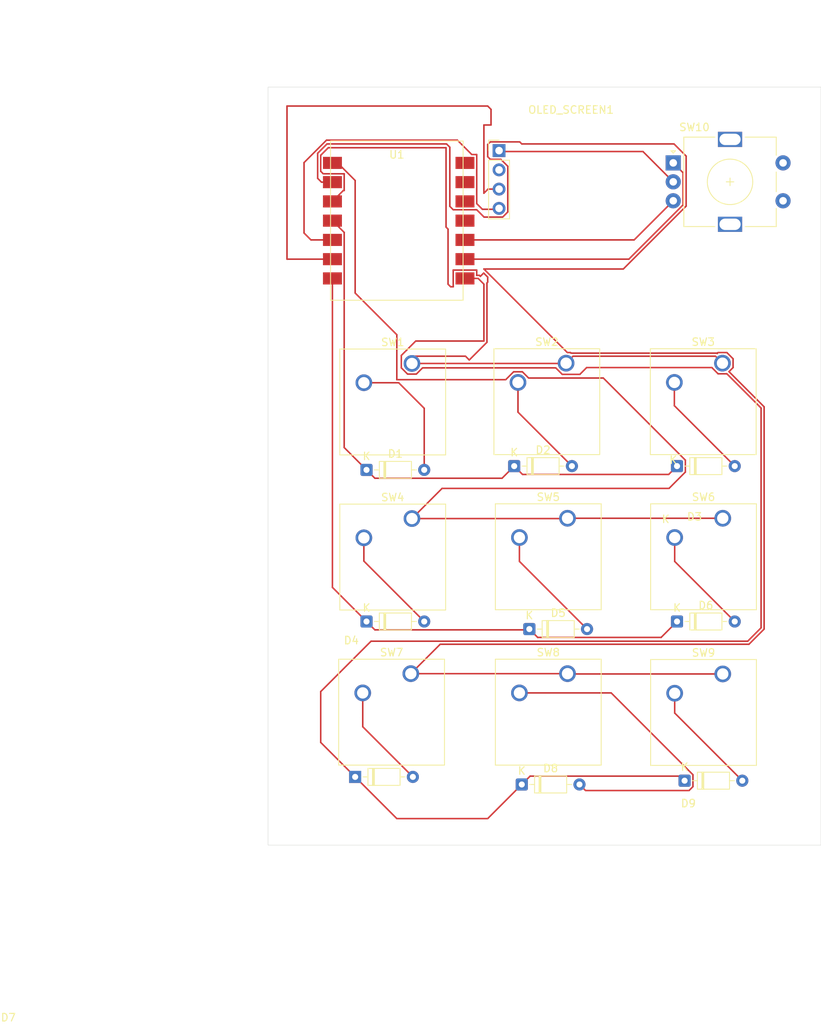
<source format=kicad_pcb>
(kicad_pcb (version 20241229) (generator "pcbnew") (generator_version "9.0")
  (layers (0 "F.Cu" signal) (2 "B.Cu" signal) (13 "F.Paste" user) (15 "B.Paste" user) (5 "F.SilkS" user "F.Silkscreen") (7 "B.SilkS" user "B.Silkscreen") (1 "F.Mask" user) (3 "B.Mask" user) (25 "Edge.Cuts" user))
  (net 0 "")
  (net 1 "GND")
  (net 2 "Net-(U1-P1_D1)")
  (net 3 "Net-(U1-P2_D2)")
  (net 5 "Net-(D1-A)")
  (net 6 "Net-(D1-K)")
  (net 7 "Net-(D2-A)")
  (net 8 "Net-(D3-A)")
  (net 9 "Net-(D4-A)")
  (net 10 "Net-(D5-A)")
  (net 11 "Net-(D6-A)")
  (net 12 "Net-(D7-A)")
  (net 13 "Net-(D8-A)")
  (net 14 "Net-(D9-A)")
  (net 15 "Net-(OLED_SCREEN1-Pin_3)")
  (net 16 "Net-(OLED_SCREEN1-Pin_4)")
  (net 18 "VCC")
  (net 19 "Net-(U1-P8_SCK)")
  (net 20 "Net-(U1-P9_MISO)")
  (net 22 "Net-(D4-K)")
  (net 23 "Net-(D7-K)")
  (net 27 "Net-(U1-P0_D0)")
  (footprint "Diode_THT:D_DO-35_SOD27_P7.62mm_Horizontal" (layer "F.Cu") (at 60.7245 90.1045)
    (property "Reference" "D4" (at -2 2.5 0) (layer "F.SilkS"))
    (property "Value" "D_Small")
    (fp_line (start 1.04 0) (end 1.69 0) (stroke (width 0.12)) (layer "F.SilkS"))
    (fp_line (start 2.29 -1.12) (end 2.29 1.12) (stroke (width 0.12)) (layer "F.SilkS"))
    (fp_line (start 2.41 -1.12) (end 2.41 1.12) (stroke (width 0.12)) (layer "F.SilkS"))
    (fp_line (start 2.53 -1.12) (end 2.53 1.12) (stroke (width 0.12)) (layer "F.SilkS"))
    (fp_line (start 6.58 0) (end 5.93 0) (stroke (width 0.12)) (layer "F.SilkS"))
    (fp_rect (start 1.69 -1.12) (end 5.93 1.12) (stroke (width 0.12)) (fill no) (layer "F.SilkS"))
    (fp_text user "K" (at 0 -1.8 0) (layer "F.SilkS"))
    (pad "1" thru_hole roundrect (at 0 0) (size 1.6 1.6) (drill 0.8) (layers "*.Cu" "*.Mask") (roundrect_rratio 0.15625) (net 22 "Net-(D4-K)"))
    (pad "2" thru_hole circle (at 7.62 0) (size 1.6 1.6) (drill 0.8) (layers "*.Cu" "*.Mask") (net 9 "Net-(D4-A)"))
  )
  (footprint "Diode_THT:D_DO-35_SOD27_P7.62mm_Horizontal" (layer "F.Cu") (at 82.2245 91.1045)
    (property "Reference" "D5" (at 3.81 -2.12 0) (layer "F.SilkS"))
    (property "Value" "D_Small")
    (fp_line (start 1.04 0) (end 1.69 0) (stroke (width 0.12)) (layer "F.SilkS"))
    (fp_line (start 2.29 -1.12) (end 2.29 1.12) (stroke (width 0.12)) (layer "F.SilkS"))
    (fp_line (start 2.41 -1.12) (end 2.41 1.12) (stroke (width 0.12)) (layer "F.SilkS"))
    (fp_line (start 2.53 -1.12) (end 2.53 1.12) (stroke (width 0.12)) (layer "F.SilkS"))
    (fp_line (start 6.58 0) (end 5.93 0) (stroke (width 0.12)) (layer "F.SilkS"))
    (fp_rect (start 1.69 -1.12) (end 5.93 1.12) (stroke (width 0.12)) (fill no) (layer "F.SilkS"))
    (fp_text user "K" (at 0 -1.8 0) (layer "F.SilkS"))
    (pad "1" thru_hole roundrect (at 0 0) (size 1.6 1.6) (drill 0.8) (layers "*.Cu" "*.Mask") (roundrect_rratio 0.15625) (net 22 "Net-(D4-K)"))
    (pad "2" thru_hole circle (at 7.62 0) (size 1.6 1.6) (drill 0.8) (layers "*.Cu" "*.Mask") (net 10 "Net-(D5-A)"))
  )
  (footprint "Diode_THT:D_DO-35_SOD27_P7.62mm_Horizontal" (layer "F.Cu") (at 102.7245 111.1045)
    (property "Reference" "D9" (at 0.5 3 0) (layer "F.SilkS"))
    (property "Value" "D_Small")
    (fp_line (start 1.04 0) (end 1.69 0) (stroke (width 0.12)) (layer "F.SilkS"))
    (fp_line (start 2.29 -1.12) (end 2.29 1.12) (stroke (width 0.12)) (layer "F.SilkS"))
    (fp_line (start 2.41 -1.12) (end 2.41 1.12) (stroke (width 0.12)) (layer "F.SilkS"))
    (fp_line (start 2.53 -1.12) (end 2.53 1.12) (stroke (width 0.12)) (layer "F.SilkS"))
    (fp_line (start 6.58 0) (end 5.93 0) (stroke (width 0.12)) (layer "F.SilkS"))
    (fp_rect (start 1.69 -1.12) (end 5.93 1.12) (stroke (width 0.12)) (fill no) (layer "F.SilkS"))
    (fp_text user "K" (at 0 -1.8 0) (layer "F.SilkS"))
    (pad "1" thru_hole roundrect (at 0 0) (size 1.6 1.6) (drill 0.8) (layers "*.Cu" "*.Mask") (roundrect_rratio 0.15625) (net 23 "Net-(D7-K)"))
    (pad "2" thru_hole circle (at 7.62 0) (size 1.6 1.6) (drill 0.8) (layers "*.Cu" "*.Mask") (net 14 "Net-(D9-A)"))
  )
  (footprint "Button_Switch_Keyboard:SW_Cherry_MX_1.00u_PCB" (layer "F.Cu") (at 107.7245 56.025265)
    (property "Reference" "SW3" (at -2.54 -2.794 0) (layer "F.SilkS"))
    (property "Value" "MX_Switch")
    (fp_line (start -9.525 -1.905) (end 4.445 -1.905) (stroke (width 0.12)) (layer "F.SilkS"))
    (fp_line (start -9.525 12.065) (end -9.525 -1.905) (stroke (width 0.12)) (layer "F.SilkS"))
    (fp_line (start 4.445 -1.905) (end 4.445 12.065) (stroke (width 0.12)) (layer "F.SilkS"))
    (fp_line (start 4.445 12.065) (end -9.525 12.065) (stroke (width 0.12)) (layer "F.SilkS"))
    (pad "" np_thru_hole circle (at -7.62 5.08) (size 1.7 1.7) (drill 1.7) (layers "*.Cu" "*.Mask"))
    (pad "" np_thru_hole circle (at -2.54 5.08) (size 4 4) (drill 4) (layers "*.Cu" "*.Mask"))
    (pad "" np_thru_hole circle (at 2.54 5.08) (size 1.7 1.7) (drill 1.7) (layers "*.Cu" "*.Mask"))
    (pad "1" thru_hole circle (at 0 0) (size 2.2 2.2) (drill 1.5) (layers "*.Cu" "*.Mask") (net 3 "Net-(U1-P2_D2)"))
    (pad "2" thru_hole circle (at -6.35 2.54) (size 2.2 2.2) (drill 1.5) (layers "*.Cu" "*.Mask") (net 8 "Net-(D3-A)"))
  )
  (footprint "Button_Switch_Keyboard:SW_Cherry_MX_1.00u_PCB" (layer "F.Cu") (at 87.2645 76.4845)
    (property "Reference" "SW5" (at -2.54 -2.794 0) (layer "F.SilkS"))
    (property "Value" "MX_Switch")
    (fp_line (start -9.525 -1.905) (end 4.445 -1.905) (stroke (width 0.12)) (layer "F.SilkS"))
    (fp_line (start -9.525 12.065) (end -9.525 -1.905) (stroke (width 0.12)) (layer "F.SilkS"))
    (fp_line (start 4.445 -1.905) (end 4.445 12.065) (stroke (width 0.12)) (layer "F.SilkS"))
    (fp_line (start 4.445 12.065) (end -9.525 12.065) (stroke (width 0.12)) (layer "F.SilkS"))
    (pad "" np_thru_hole circle (at -7.62 5.08) (size 1.7 1.7) (drill 1.7) (layers "*.Cu" "*.Mask"))
    (pad "" np_thru_hole circle (at -2.54 5.08) (size 4 4) (drill 4) (layers "*.Cu" "*.Mask"))
    (pad "" np_thru_hole circle (at 2.54 5.08) (size 1.7 1.7) (drill 1.7) (layers "*.Cu" "*.Mask"))
    (pad "1" thru_hole circle (at 0 0) (size 2.2 2.2) (drill 1.5) (layers "*.Cu" "*.Mask") (net 27 "Net-(U1-P0_D0)"))
    (pad "2" thru_hole circle (at -6.35 2.54) (size 2.2 2.2) (drill 1.5) (layers "*.Cu" "*.Mask") (net 10 "Net-(D5-A)"))
  )
  (footprint "Button_Switch_Keyboard:SW_Cherry_MX_1.00u_PCB" (layer "F.Cu") (at 66.7245 76.5245)
    (property "Reference" "SW4" (at -2.54 -2.794 0) (layer "F.SilkS"))
    (property "Value" "MX_Switch")
    (fp_line (start -9.525 -1.905) (end 4.445 -1.905) (stroke (width 0.12)) (layer "F.SilkS"))
    (fp_line (start -9.525 12.065) (end -9.525 -1.905) (stroke (width 0.12)) (layer "F.SilkS"))
    (fp_line (start 4.445 -1.905) (end 4.445 12.065) (stroke (width 0.12)) (layer "F.SilkS"))
    (fp_line (start 4.445 12.065) (end -9.525 12.065) (stroke (width 0.12)) (layer "F.SilkS"))
    (pad "" np_thru_hole circle (at -7.62 5.08) (size 1.7 1.7) (drill 1.7) (layers "*.Cu" "*.Mask"))
    (pad "" np_thru_hole circle (at -2.54 5.08) (size 4 4) (drill 4) (layers "*.Cu" "*.Mask"))
    (pad "" np_thru_hole circle (at 2.54 5.08) (size 1.7 1.7) (drill 1.7) (layers "*.Cu" "*.Mask"))
    (pad "1" thru_hole circle (at 0 0) (size 2.2 2.2) (drill 1.5) (layers "*.Cu" "*.Mask") (net 27 "Net-(U1-P0_D0)"))
    (pad "2" thru_hole circle (at -6.35 2.54) (size 2.2 2.2) (drill 1.5) (layers "*.Cu" "*.Mask") (net 9 "Net-(D4-A)"))
  )
  (footprint "Diode_THT:D_DO-35_SOD27_P7.62mm_Horizontal" (layer "F.Cu") (at 59.2245 110.6045)
    (property "Reference" "D7" (at -45.795 31.745 0) (layer "F.SilkS"))
    (property "Value" "D_Small")
    (fp_line (start 1.04 0) (end 1.69 0) (stroke (width 0.12)) (layer "F.SilkS"))
    (fp_line (start 2.29 -1.12) (end 2.29 1.12) (stroke (width 0.12)) (layer "F.SilkS"))
    (fp_line (start 2.41 -1.12) (end 2.41 1.12) (stroke (width 0.12)) (layer "F.SilkS"))
    (fp_line (start 2.53 -1.12) (end 2.53 1.12) (stroke (width 0.12)) (layer "F.SilkS"))
    (fp_line (start 6.58 0) (end 5.93 0) (stroke (width 0.12)) (layer "F.SilkS"))
    (fp_rect (start 1.69 -1.12) (end 5.93 1.12) (stroke (width 0.12)) (fill no) (layer "F.SilkS"))
    (pad "1" thru_hole rect (at 0 0) (size 1.6 1.6) (drill 0.8) (layers "*.Cu" "*.Mask") (net 23 "Net-(D7-K)"))
    (pad "2" thru_hole circle (at 7.62 0) (size 1.6 1.6) (drill 0.8) (layers "*.Cu" "*.Mask") (net 12 "Net-(D7-A)"))
  )
  (footprint "Connector_PinHeader_2.54mm:PinHeader_1x04_P2.54mm_Vertical" (layer "F.Cu") (at 78.2245 27.9845)
    (property "Reference" "OLED_SCREEN1" (at 9.5 -5.38 0) (layer "F.SilkS"))
    (property "Value" "Conn_01x04_Pin")
    (fp_line (start -1.38 -1.38) (end 0 -1.38) (stroke (width 0.12)) (layer "F.SilkS"))
    (fp_line (start -1.38 0) (end -1.38 -1.38) (stroke (width 0.12)) (layer "F.SilkS"))
    (fp_line (start -1.38 1.27) (end -1.38 9) (stroke (width 0.12)) (layer "F.SilkS"))
    (fp_line (start -1.38 1.27) (end 1.38 1.27) (stroke (width 0.12)) (layer "F.SilkS"))
    (fp_line (start -1.38 9) (end 1.38 9) (stroke (width 0.12)) (layer "F.SilkS"))
    (fp_line (start 1.38 1.27) (end 1.38 9) (stroke (width 0.12)) (layer "F.SilkS"))
    (pad "1" thru_hole rect (at 0 0) (size 1.7 1.7) (drill 1) (layers "*.Cu" "*.Mask") (net 1 "GND"))
    (pad "2" thru_hole circle (at 0 2.54) (size 1.7 1.7) (drill 1) (layers "*.Cu" "*.Mask") (net 18 "VCC"))
    (pad "3" thru_hole circle (at 0 5.08) (size 1.7 1.7) (drill 1) (layers "*.Cu" "*.Mask") (net 15 "Net-(OLED_SCREEN1-Pin_3)"))
    (pad "4" thru_hole circle (at 0 7.62) (size 1.7 1.7) (drill 1) (layers "*.Cu" "*.Mask") (net 16 "Net-(OLED_SCREEN1-Pin_4)"))
  )
  (footprint "Button_Switch_Keyboard:SW_Cherry_MX_1.00u_PCB" (layer "F.Cu") (at 66.5745 96.9845)
    (property "Reference" "SW7" (at -2.54 -2.794 0) (layer "F.SilkS"))
    (property "Value" "MX_Switch")
    (fp_line (start -9.525 -1.905) (end 4.445 -1.905) (stroke (width 0.12)) (layer "F.SilkS"))
    (fp_line (start -9.525 12.065) (end -9.525 -1.905) (stroke (width 0.12)) (layer "F.SilkS"))
    (fp_line (start 4.445 -1.905) (end 4.445 12.065) (stroke (width 0.12)) (layer "F.SilkS"))
    (fp_line (start 4.445 12.065) (end -9.525 12.065) (stroke (width 0.12)) (layer "F.SilkS"))
    (pad "" np_thru_hole circle (at -7.62 5.08) (size 1.7 1.7) (drill 1.7) (layers "*.Cu" "*.Mask"))
    (pad "" np_thru_hole circle (at -2.54 5.08) (size 4 4) (drill 4) (layers "*.Cu" "*.Mask"))
    (pad "" np_thru_hole circle (at 2.54 5.08) (size 1.7 1.7) (drill 1.7) (layers "*.Cu" "*.Mask"))
    (pad "1" thru_hole circle (at 0 0) (size 2.2 2.2) (drill 1.5) (layers "*.Cu" "*.Mask") (net 2 "Net-(U1-P1_D1)"))
    (pad "2" thru_hole circle (at -6.35 2.54) (size 2.2 2.2) (drill 1.5) (layers "*.Cu" "*.Mask") (net 12 "Net-(D7-A)"))
  )
  (footprint "Button_Switch_Keyboard:SW_Cherry_MX_1.00u_PCB" (layer "F.Cu") (at 107.7645 97.0245)
    (property "Reference" "SW9" (at -2.54 -2.794 0) (layer "F.SilkS"))
    (property "Value" "MX_Switch")
    (fp_line (start -9.525 -1.905) (end 4.445 -1.905) (stroke (width 0.12)) (layer "F.SilkS"))
    (fp_line (start -9.525 12.065) (end -9.525 -1.905) (stroke (width 0.12)) (layer "F.SilkS"))
    (fp_line (start 4.445 -1.905) (end 4.445 12.065) (stroke (width 0.12)) (layer "F.SilkS"))
    (fp_line (start 4.445 12.065) (end -9.525 12.065) (stroke (width 0.12)) (layer "F.SilkS"))
    (pad "" np_thru_hole circle (at -7.62 5.08) (size 1.7 1.7) (drill 1.7) (layers "*.Cu" "*.Mask"))
    (pad "" np_thru_hole circle (at -2.54 5.08) (size 4 4) (drill 4) (layers "*.Cu" "*.Mask"))
    (pad "" np_thru_hole circle (at 2.54 5.08) (size 1.7 1.7) (drill 1.7) (layers "*.Cu" "*.Mask"))
    (pad "1" thru_hole circle (at 0 0) (size 2.2 2.2) (drill 1.5) (layers "*.Cu" "*.Mask") (net 2 "Net-(U1-P1_D1)"))
    (pad "2" thru_hole circle (at -6.35 2.54) (size 2.2 2.2) (drill 1.5) (layers "*.Cu" "*.Mask") (net 14 "Net-(D9-A)"))
  )
  (footprint "Diode_THT:D_DO-35_SOD27_P7.62mm_Horizontal" (layer "F.Cu") (at 101.7245 69.6045)
    (property "Reference" "D3" (at 2.31 6.68 0) (layer "F.SilkS"))
    (property "Value" "D_Small")
    (fp_line (start 1.04 0) (end 1.69 0) (stroke (width 0.12)) (layer "F.SilkS"))
    (fp_line (start 2.29 -1.12) (end 2.29 1.12) (stroke (width 0.12)) (layer "F.SilkS"))
    (fp_line (start 2.41 -1.12) (end 2.41 1.12) (stroke (width 0.12)) (layer "F.SilkS"))
    (fp_line (start 2.53 -1.12) (end 2.53 1.12) (stroke (width 0.12)) (layer "F.SilkS"))
    (fp_line (start 6.58 0) (end 5.93 0) (stroke (width 0.12)) (layer "F.SilkS"))
    (fp_rect (start 1.69 -1.12) (end 5.93 1.12) (stroke (width 0.12)) (fill no) (layer "F.SilkS"))
    (fp_text user "K" (at -1.5 7 0) (layer "F.SilkS"))
    (pad "1" thru_hole roundrect (at 0 0) (size 1.6 1.6) (drill 0.8) (layers "*.Cu" "*.Mask") (roundrect_rratio 0.15625) (net 6 "Net-(D1-K)"))
    (pad "2" thru_hole circle (at 7.62 0) (size 1.6 1.6) (drill 0.8) (layers "*.Cu" "*.Mask") (net 8 "Net-(D3-A)"))
  )
  (footprint "Rotary_Encoder:RotaryEncoder_Alps_EC11E-Switch_Vertical_H20mm" (layer "F.Cu") (at 101.2245 29.6045)
    (property "Reference" "SW10" (at 2.8 -4.7 0) (layer "F.SilkS"))
    (property "Value" "RotaryEncoder_Switch")
    (fp_line (start -0.3 -1.6) (end 0.3 -1.6) (stroke (width 0.12)) (layer "F.SilkS"))
    (fp_line (start 0 -1.3) (end -0.3 -1.6) (stroke (width 0.12)) (layer "F.SilkS"))
    (fp_line (start 0.3 -1.6) (end 0 -1.3) (stroke (width 0.12)) (layer "F.SilkS"))
    (fp_line (start 1.4 -3.4) (end 1.4 8.4) (stroke (width 0.12)) (layer "F.SilkS"))
    (fp_line (start 5.5 -3.4) (end 1.4 -3.4) (stroke (width 0.12)) (layer "F.SilkS"))
    (fp_line (start 5.5 8.4) (end 1.4 8.4) (stroke (width 0.12)) (layer "F.SilkS"))
    (fp_line (start 7 2.5) (end 8 2.5) (stroke (width 0.12)) (layer "F.SilkS"))
    (fp_line (start 7.5 2) (end 7.5 3) (stroke (width 0.12)) (layer "F.SilkS"))
    (fp_line (start 9.5 -3.4) (end 13.6 -3.4) (stroke (width 0.12)) (layer "F.SilkS"))
    (fp_line (start 13.6 -3.4) (end 13.6 -1) (stroke (width 0.12)) (layer "F.SilkS"))
    (fp_line (start 13.6 1.2) (end 13.6 3.8) (stroke (width 0.12)) (layer "F.SilkS"))
    (fp_line (start 13.6 6) (end 13.6 8.4) (stroke (width 0.12)) (layer "F.SilkS"))
    (fp_line (start 13.6 8.4) (end 9.5 8.4) (stroke (width 0.12)) (layer "F.SilkS"))
    (fp_circle (center 7.5 2.5) (end 10.5 2.5) (stroke (width 0.12)) (fill no) (layer "F.SilkS"))
    (pad "A" thru_hole rect (at 0 0) (size 2 2) (drill 1) (layers "*.Cu" "*.Mask") (net 19 "Net-(U1-P8_SCK)"))
    (pad "B" thru_hole circle (at 0 5) (size 2 2) (drill 1) (layers "*.Cu" "*.Mask") (net 20 "Net-(U1-P9_MISO)"))
    (pad "C" thru_hole circle (at 0 2.5) (size 2 2) (drill 1) (layers "*.Cu" "*.Mask") (net 1 "GND"))
    (pad "MP" thru_hole rect (at 7.5 -3.1) (size 3.2 2) (drill oval 2.8 1.5) (layers "*.Cu" "*.Mask"))
    (pad "MP" thru_hole rect (at 7.5 8.1) (size 3.2 2) (drill oval 2.8 1.5) (layers "*.Cu" "*.Mask"))
    (pad "S1" thru_hole circle (at 14.5 5) (size 2 2) (drill 1) (layers "*.Cu" "*.Mask"))
    (pad "S2" thru_hole circle (at 14.5 0) (size 2 2) (drill 1) (layers "*.Cu" "*.Mask"))
  )
  (footprint "Diode_THT:D_DO-35_SOD27_P7.62mm_Horizontal" (layer "F.Cu") (at 81.2245 111.6045)
    (property "Reference" "D8" (at 3.81 -2.12 0) (layer "F.SilkS"))
    (property "Value" "D_Small")
    (fp_line (start 1.04 0) (end 1.69 0) (stroke (width 0.12)) (layer "F.SilkS"))
    (fp_line (start 2.29 -1.12) (end 2.29 1.12) (stroke (width 0.12)) (layer "F.SilkS"))
    (fp_line (start 2.41 -1.12) (end 2.41 1.12) (stroke (width 0.12)) (layer "F.SilkS"))
    (fp_line (start 2.53 -1.12) (end 2.53 1.12) (stroke (width 0.12)) (layer "F.SilkS"))
    (fp_line (start 6.58 0) (end 5.93 0) (stroke (width 0.12)) (layer "F.SilkS"))
    (fp_rect (start 1.69 -1.12) (end 5.93 1.12) (stroke (width 0.12)) (fill no) (layer "F.SilkS"))
    (fp_text user "K" (at 0 -1.8 0) (layer "F.SilkS"))
    (pad "1" thru_hole roundrect (at 0 0) (size 1.6 1.6) (drill 0.8) (layers "*.Cu" "*.Mask") (roundrect_rratio 0.15625) (net 23 "Net-(D7-K)"))
    (pad "2" thru_hole circle (at 7.62 0) (size 1.6 1.6) (drill 0.8) (layers "*.Cu" "*.Mask") (net 13 "Net-(D8-A)"))
  )
  (footprint "Button_Switch_Keyboard:SW_Cherry_MX_1.00u_PCB" (layer "F.Cu") (at 66.7245 56.0645)
    (property "Reference" "SW1" (at -2.54 -2.794 0) (layer "F.SilkS"))
    (property "Value" "MX_Switch")
    (fp_line (start -9.525 -1.905) (end 4.445 -1.905) (stroke (width 0.12)) (layer "F.SilkS"))
    (fp_line (start -9.525 12.065) (end -9.525 -1.905) (stroke (width 0.12)) (layer "F.SilkS"))
    (fp_line (start 4.445 -1.905) (end 4.445 12.065) (stroke (width 0.12)) (layer "F.SilkS"))
    (fp_line (start 4.445 12.065) (end -9.525 12.065) (stroke (width 0.12)) (layer "F.SilkS"))
    (pad "" np_thru_hole circle (at -7.62 5.08) (size 1.7 1.7) (drill 1.7) (layers "*.Cu" "*.Mask"))
    (pad "" np_thru_hole circle (at -2.54 5.08) (size 4 4) (drill 4) (layers "*.Cu" "*.Mask"))
    (pad "" np_thru_hole circle (at 2.54 5.08) (size 1.7 1.7) (drill 1.7) (layers "*.Cu" "*.Mask"))
    (pad "1" thru_hole circle (at 0 0) (size 2.2 2.2) (drill 1.5) (layers "*.Cu" "*.Mask") (net 3 "Net-(U1-P2_D2)"))
    (pad "2" thru_hole circle (at -6.35 2.54) (size 2.2 2.2) (drill 1.5) (layers "*.Cu" "*.Mask") (net 5 "Net-(D1-A)"))
  )
  (footprint "ali_footprints:XIAO-RP2040-SMD" (layer "F.Cu") (at 64.7245 37.2245)
    (property "Reference" "U1" (at 0 -8.7 0) (layer "F.SilkS"))
    (property "Value" "XIAO_RP2040")
    (fp_line (start -8.75 -10.5) (end 8.75 -10.5) (stroke (width 0.12)) (layer "F.SilkS"))
    (fp_line (start -8.75 10.5) (end -8.75 -10.5) (stroke (width 0.12)) (layer "F.SilkS"))
    (fp_line (start 8.75 -10.5) (end 8.75 10.5) (stroke (width 0.12)) (layer "F.SilkS"))
    (fp_line (start 8.75 10.5) (end -8.75 10.5) (stroke (width 0.12)) (layer "F.SilkS"))
    (pad "1" smd rect (at -8.5 -7.62) (size 2.5 1.6) (layers "F.Cu" "F.Mask" "F.Paste") (net 27 "Net-(U1-P0_D0)"))
    (pad "2" smd rect (at -8.5 -5.08) (size 2.5 1.6) (layers "F.Cu" "F.Mask" "F.Paste") (net 2 "Net-(U1-P1_D1)"))
    (pad "3" smd rect (at -8.5 -2.54) (size 2.5 1.6) (layers "F.Cu" "F.Mask" "F.Paste") (net 3 "Net-(U1-P2_D2)"))
    (pad "4" smd rect (at -8.5 0) (size 2.5 1.6) (layers "F.Cu" "F.Mask" "F.Paste") (net 6 "Net-(D1-K)"))
    (pad "5" smd rect (at -8.5 2.54) (size 2.5 1.6) (layers "F.Cu" "F.Mask" "F.Paste") (net 16 "Net-(OLED_SCREEN1-Pin_4)"))
    (pad "6" smd rect (at -8.5 5.08) (size 2.5 1.6) (layers "F.Cu" "F.Mask" "F.Paste") (net 15 "Net-(OLED_SCREEN1-Pin_3)"))
    (pad "7" smd rect (at -8.5 7.62) (size 2.5 1.6) (layers "F.Cu" "F.Mask" "F.Paste") (net 22 "Net-(D4-K)"))
    (pad "8" smd rect (at 9 7.62) (size 2.5 1.6) (layers "F.Cu" "F.Mask" "F.Paste") (net 23 "Net-(D7-K)"))
    (pad "9" smd rect (at 9 5.08) (size 2.5 1.6) (layers "F.Cu" "F.Mask" "F.Paste") (net 19 "Net-(U1-P8_SCK)"))
    (pad "10" smd rect (at 9 2.54) (size 2.5 1.6) (layers "F.Cu" "F.Mask" "F.Paste") (net 20 "Net-(U1-P9_MISO)"))
    (pad "11" smd rect (at 9 0) (size 2.5 1.6) (layers "F.Cu" "F.Mask" "F.Paste"))
    (pad "12" smd rect (at 9 -2.54) (size 2.5 1.6) (layers "F.Cu" "F.Mask" "F.Paste"))
    (pad "13" smd rect (at 9 -5.08) (size 2.5 1.6) (layers "F.Cu" "F.Mask" "F.Paste"))
    (pad "14" smd rect (at 9 -7.62) (size 2.5 1.6) (layers "F.Cu" "F.Mask" "F.Paste"))
  )
  (footprint "Diode_THT:D_DO-35_SOD27_P7.62mm_Horizontal" (layer "F.Cu") (at 101.7245 90.1045)
    (property "Reference" "D6" (at 3.81 -2.12 0) (layer "F.SilkS"))
    (property "Value" "D_Small")
    (fp_line (start 1.04 0) (end 1.69 0) (stroke (width 0.12)) (layer "F.SilkS"))
    (fp_line (start 2.29 -1.12) (end 2.29 1.12) (stroke (width 0.12)) (layer "F.SilkS"))
    (fp_line (start 2.41 -1.12) (end 2.41 1.12) (stroke (width 0.12)) (layer "F.SilkS"))
    (fp_line (start 2.53 -1.12) (end 2.53 1.12) (stroke (width 0.12)) (layer "F.SilkS"))
    (fp_line (start 6.58 0) (end 5.93 0) (stroke (width 0.12)) (layer "F.SilkS"))
    (fp_rect (start 1.69 -1.12) (end 5.93 1.12) (stroke (width 0.12)) (fill no) (layer "F.SilkS"))
    (fp_text user "K" (at 0 -1.8 0) (layer "F.SilkS"))
    (pad "1" thru_hole roundrect (at 0 0) (size 1.6 1.6) (drill 0.8) (layers "*.Cu" "*.Mask") (roundrect_rratio 0.15625) (net 22 "Net-(D4-K)"))
    (pad "2" thru_hole circle (at 7.62 0) (size 1.6 1.6) (drill 0.8) (layers "*.Cu" "*.Mask") (net 11 "Net-(D6-A)"))
  )
  (footprint "Button_Switch_Keyboard:SW_Cherry_MX_1.00u_PCB" (layer "F.Cu") (at 87.2645 96.9845)
    (property "Reference" "SW8" (at -2.54 -2.794 0) (layer "F.SilkS"))
    (property "Value" "MX_Switch")
    (fp_line (start -9.525 -1.905) (end 4.445 -1.905) (stroke (width 0.12)) (layer "F.SilkS"))
    (fp_line (start -9.525 12.065) (end -9.525 -1.905) (stroke (width 0.12)) (layer "F.SilkS"))
    (fp_line (start 4.445 -1.905) (end 4.445 12.065) (stroke (width 0.12)) (layer "F.SilkS"))
    (fp_line (start 4.445 12.065) (end -9.525 12.065) (stroke (width 0.12)) (layer "F.SilkS"))
    (pad "" np_thru_hole circle (at -7.62 5.08) (size 1.7 1.7) (drill 1.7) (layers "*.Cu" "*.Mask"))
    (pad "" np_thru_hole circle (at -2.54 5.08) (size 4 4) (drill 4) (layers "*.Cu" "*.Mask"))
    (pad "" np_thru_hole circle (at 2.54 5.08) (size 1.7 1.7) (drill 1.7) (layers "*.Cu" "*.Mask"))
    (pad "1" thru_hole circle (at 0 0) (size 2.2 2.2) (drill 1.5) (layers "*.Cu" "*.Mask") (net 2 "Net-(U1-P1_D1)"))
    (pad "2" thru_hole circle (at -6.35 2.54) (size 2.2 2.2) (drill 1.5) (layers "*.Cu" "*.Mask") (net 13 "Net-(D8-A)"))
  )
  (footprint "Button_Switch_Keyboard:SW_Cherry_MX_1.00u_PCB" (layer "F.Cu") (at 87.0745 56.0245)
    (property "Reference" "SW2" (at -2.54 -2.794 0) (layer "F.SilkS"))
    (property "Value" "MX_Switch")
    (fp_line (start -9.525 -1.905) (end 4.445 -1.905) (stroke (width 0.12)) (layer "F.SilkS"))
    (fp_line (start -9.525 12.065) (end -9.525 -1.905) (stroke (width 0.12)) (layer "F.SilkS"))
    (fp_line (start 4.445 -1.905) (end 4.445 12.065) (stroke (width 0.12)) (layer "F.SilkS"))
    (fp_line (start 4.445 12.065) (end -9.525 12.065) (stroke (width 0.12)) (layer "F.SilkS"))
    (pad "" np_thru_hole circle (at -7.62 5.08) (size 1.7 1.7) (drill 1.7) (layers "*.Cu" "*.Mask"))
    (pad "" np_thru_hole circle (at -2.54 5.08) (size 4 4) (drill 4) (layers "*.Cu" "*.Mask"))
    (pad "" np_thru_hole circle (at 2.54 5.08) (size 1.7 1.7) (drill 1.7) (layers "*.Cu" "*.Mask"))
    (pad "1" thru_hole circle (at 0 0) (size 2.2 2.2) (drill 1.5) (layers "*.Cu" "*.Mask") (net 3 "Net-(U1-P2_D2)"))
    (pad "2" thru_hole circle (at -6.35 2.54) (size 2.2 2.2) (drill 1.5) (layers "*.Cu" "*.Mask") (net 7 "Net-(D2-A)"))
  )
  (footprint "Button_Switch_Keyboard:SW_Cherry_MX_1.00u_PCB" (layer "F.Cu") (at 107.7645 76.4845)
    (property "Reference" "SW6" (at -2.54 -2.794 0) (layer "F.SilkS"))
    (property "Value" "MX_Switch")
    (fp_line (start -9.525 -1.905) (end 4.445 -1.905) (stroke (width 0.12)) (layer "F.SilkS"))
    (fp_line (start -9.525 12.065) (end -9.525 -1.905) (stroke (width 0.12)) (layer "F.SilkS"))
    (fp_line (start 4.445 -1.905) (end 4.445 12.065) (stroke (width 0.12)) (layer "F.SilkS"))
    (fp_line (start 4.445 12.065) (end -9.525 12.065) (stroke (width 0.12)) (layer "F.SilkS"))
    (pad "" np_thru_hole circle (at -7.62 5.08) (size 1.7 1.7) (drill 1.7) (layers "*.Cu" "*.Mask"))
    (pad "" np_thru_hole circle (at -2.54 5.08) (size 4 4) (drill 4) (layers "*.Cu" "*.Mask"))
    (pad "" np_thru_hole circle (at 2.54 5.08) (size 1.7 1.7) (drill 1.7) (layers "*.Cu" "*.Mask"))
    (pad "1" thru_hole circle (at 0 0) (size 2.2 2.2) (drill 1.5) (layers "*.Cu" "*.Mask") (net 27 "Net-(U1-P0_D0)"))
    (pad "2" thru_hole circle (at -6.35 2.54) (size 2.2 2.2) (drill 1.5) (layers "*.Cu" "*.Mask") (net 11 "Net-(D6-A)"))
  )
  (footprint "Diode_THT:D_DO-35_SOD27_P7.62mm_Horizontal" (layer "F.Cu") (at 80.2245 69.6045)
    (property "Reference" "D2" (at 3.81 -2.12 0) (layer "F.SilkS"))
    (property "Value" "D_Small")
    (fp_line (start 1.04 0) (end 1.69 0) (stroke (width 0.12)) (layer "F.SilkS"))
    (fp_line (start 2.29 -1.12) (end 2.29 1.12) (stroke (width 0.12)) (layer "F.SilkS"))
    (fp_line (start 2.41 -1.12) (end 2.41 1.12) (stroke (width 0.12)) (layer "F.SilkS"))
    (fp_line (start 2.53 -1.12) (end 2.53 1.12) (stroke (width 0.12)) (layer "F.SilkS"))
    (fp_line (start 6.58 0) (end 5.93 0) (stroke (width 0.12)) (layer "F.SilkS"))
    (fp_rect (start 1.69 -1.12) (end 5.93 1.12) (stroke (width 0.12)) (fill no) (layer "F.SilkS"))
    (fp_text user "K" (at 0 -1.8 0) (layer "F.SilkS"))
    (pad "1" thru_hole roundrect (at 0 0) (size 1.6 1.6) (drill 0.8) (layers "*.Cu" "*.Mask") (roundrect_rratio 0.15625) (net 6 "Net-(D1-K)"))
    (pad "2" thru_hole circle (at 7.62 0) (size 1.6 1.6) (drill 0.8) (layers "*.Cu" "*.Mask") (net 7 "Net-(D2-A)"))
  )
  (footprint "Diode_THT:D_DO-35_SOD27_P7.62mm_Horizontal" (layer "F.Cu") (at 60.7245 70.1045)
    (property "Reference" "D1" (at 3.81 -2.12 0) (layer "F.SilkS"))
    (property "Value" "D_Small")
    (fp_line (start 1.04 0) (end 1.69 0) (stroke (width 0.12)) (layer "F.SilkS"))
    (fp_line (start 2.29 -1.12) (end 2.29 1.12) (stroke (width 0.12)) (layer "F.SilkS"))
    (fp_line (start 2.41 -1.12) (end 2.41 1.12) (stroke (width 0.12)) (layer "F.SilkS"))
    (fp_line (start 2.53 -1.12) (end 2.53 1.12) (stroke (width 0.12)) (layer "F.SilkS"))
    (fp_line (start 6.58 0) (end 5.93 0) (stroke (width 0.12)) (layer "F.SilkS"))
    (fp_rect (start 1.69 -1.12) (end 5.93 1.12) (stroke (width 0.12)) (fill no) (layer "F.SilkS"))
    (fp_text user "K" (at 0 -1.8 0) (layer "F.SilkS"))
    (pad "1" thru_hole roundrect (at 0 0) (size 1.6 1.6) (drill 0.8) (layers "*.Cu" "*.Mask") (roundrect_rratio 0.15625) (net 6 "Net-(D1-K)"))
    (pad "2" thru_hole circle (at 7.62 0) (size 1.6 1.6) (drill 0.8) (layers "*.Cu" "*.Mask") (net 5 "Net-(D1-A)"))
  )
  (gr_rect (start 47.7245 19.6045) (end 120.7245 119.6045) (stroke (width 0.05)) (fill no) (layer "Edge.Cuts"))
  (gr_text "K" (at 101.2245 68.8045 0) (layer "F.SilkS") (effects (font (size 1 1))))
  (segment (start 78.2245 27.9845) (end 78.3445 28.1045) (width 0.2) (layer "F.Cu") (net 1))
  (segment (start 78.3445 28.1045) (end 97.2245 28.1045) (width 0.2) (layer "F.Cu") (net 1))
  (segment (start 97.2245 28.1045) (end 101.2245 32.1045) (width 0.2) (layer "F.Cu") (net 1))
  (segment (start 76.7245 27.1825) (end 76.7245 28.7865) (width 0.2) (layer "F.Cu") (net 2))
  (segment (start 113.2245 91.1045) (end 113.2245 61.778851) (width 0.2) (layer "F.Cu") (net 2))
  (segment (start 107.017393 54.751058) (end 106.969835 54.7035) (width 0.2) (layer "F.Cu") (net 2))
  (segment (start 113.2245 61.778851) (end 108.588364 57.142715) (width 0.2) (layer "F.Cu") (net 2))
  (segment (start 81.2245 27.1045) (end 80.9535 26.8335) (width 0.2) (layer "F.Cu") (net 2))
  (segment (start 71.2916 27.1045) (end 55.5054 27.1045) (width 0.2) (layer "F.Cu") (net 2))
  (segment (start 77.0735 26.8335) (end 76.7245 27.1825) (width 0.2) (layer "F.Cu") (net 2))
  (segment (start 79.3755 36.08126) (end 78.70126 36.7555) (width 0.2) (layer "F.Cu") (net 2))
  (segment (start 75.2755 35.7855) (end 72.1735 35.7855) (width 0.2) (layer "F.Cu") (net 2))
  (segment (start 76.7245 28.7865) (end 77.0735 29.1355) (width 0.2) (layer "F.Cu") (net 2))
  (segment (start 87.734814 54.7035) (end 87.654814 54.6235) (width 0.2) (layer "F.Cu") (net 2))
  (segment (start 80.9535 26.8335) (end 77.0735 26.8335) (width 0.2) (layer "F.Cu") (net 2))
  (segment (start 54.2725 28.3374) (end 54.2725 31.6425) (width 0.2) (layer "F.Cu") (net 2))
  (segment (start 70.4545 93.1045) (end 111.2245 93.1045) (width 0.2) (layer "F.Cu") (net 2))
  (segment (start 109.1255 55.444951) (end 108.304814 54.624265) (width 0.2) (layer "F.Cu") (net 2))
  (segment (start 87.654814 54.6235) (end 87.2435 54.6235) (width 0.2) (layer "F.Cu") (net 2))
  (segment (start 71.7245 27.5374) (end 71.2916 27.1045) (width 0.2) (layer "F.Cu") (net 2))
  (segment (start 94.631492 43.6045) (end 102.9265 35.309492) (width 0.2) (layer "F.Cu") (net 2))
  (segment (start 76.2245 43.6045) (end 94.631492 43.6045) (width 0.2) (layer "F.Cu") (net 2))
  (segment (start 77.0735 29.1355) (end 78.46326 29.1355) (width 0.2) (layer "F.Cu") (net 2))
  (segment (start 71.7245 35.3365) (end 71.7245 27.5374) (width 0.2) (layer "F.Cu") (net 2))
  (segment (start 54.2725 31.6425) (end 54.7745 32.1445) (width 0.2) (layer "F.Cu") (net 2))
  (segment (start 102.9265 35.309492) (end 102.9265 28.7045) (width 0.2) (layer "F.Cu") (net 2))
  (segment (start 76.2455 36.7555) (end 75.2755 35.7855) (width 0.2) (layer "F.Cu") (net 2))
  (segment (start 66.5745 96.9845) (end 70.4545 93.1045) (width 0.2) (layer "F.Cu") (net 2))
  (segment (start 54.7745 32.1445) (end 56.2245 32.1445) (width 0.2) (layer "F.Cu") (net 2))
  (segment (start 111.2245 93.1045) (end 113.2245 91.1045) (width 0.2) (layer "F.Cu") (net 2))
  (segment (start 108.588364 57.142715) (end 109.1255 56.605579) (width 0.2) (layer "F.Cu") (net 2))
  (segment (start 107.7645 97.0245) (end 87.3045 97.0245) (width 0.2) (layer "F.Cu") (net 2))
  (segment (start 87.3045 97.0245) (end 87.2645 96.9845) (width 0.2) (layer "F.Cu") (net 2))
  (segment (start 107.144186 54.624265) (end 107.017393 54.751058) (width 0.2) (layer "F.Cu") (net 2))
  (segment (start 87.2435 54.6235) (end 76.2245 43.6045) (width 0.2) (layer "F.Cu") (net 2))
  (segment (start 78.70126 36.7555) (end 76.2455 36.7555) (width 0.2) (layer "F.Cu") (net 2))
  (segment (start 78.46326 29.1355) (end 79.3755 30.04774) (width 0.2) (layer "F.Cu") (net 2))
  (segment (start 101.3265 27.1045) (end 81.2245 27.1045) (width 0.2) (layer "F.Cu") (net 2))
  (segment (start 106.969835 54.7035) (end 87.734814 54.7035) (width 0.2) (layer "F.Cu") (net 2))
  (segment (start 109.1255 56.605579) (end 109.1255 55.444951) (width 0.2) (layer "F.Cu") (net 2))
  (segment (start 66.5745 96.9845) (end 87.2645 96.9845) (width 0.2) (layer "F.Cu") (net 2))
  (segment (start 79.3755 30.04774) (end 79.3755 36.08126) (width 0.2) (layer "F.Cu") (net 2))
  (segment (start 72.1735 35.7855) (end 71.7245 35.3365) (width 0.2) (layer "F.Cu") (net 2))
  (segment (start 55.5054 27.1045) (end 54.2725 28.3374) (width 0.2) (layer "F.Cu") (net 2))
  (segment (start 108.304814 54.624265) (end 107.144186 54.624265) (width 0.2) (layer "F.Cu") (net 2))
  (segment (start 102.9265 28.7045) (end 101.3265 27.1045) (width 0.2) (layer "F.Cu") (net 2))
  (segment (start 57.7755 31.0435) (end 57.7755 33.2455) (width 0.2) (layer "F.Cu") (net 3))
  (segment (start 71.2245 27.6045) (end 55.6735 27.6045) (width 0.2) (layer "F.Cu") (net 3))
  (segment (start 71.489157 45.6045) (end 71.489157 38.339843) (width 0.2) (layer "F.Cu") (net 3))
  (segment (start 73.7916 55.1045) (end 74.2916 55.6045) (width 0.2) (layer "F.Cu") (net 3))
  (segment (start 71.2245 38.075186) (end 71.2245 27.6045) (width 0.2) (layer "F.Cu") (net 3))
  (segment (start 72.1735 45.9455) (end 71.830157 45.9455) (width 0.2) (layer "F.Cu") (net 3))
  (segment (start 76.19095 44.13805) (end 75.75805 44.57095) (width 0.2) (layer "F.Cu") (net 3))
  (segment (start 107.7245 56.025265) (end 106.803735 55.1045) (width 0.2) (layer "F.Cu") (net 3))
  (segment (start 76.6255 53.2706) (end 76.6255 45.4384) (width 0.2) (layer "F.Cu") (net 3))
  (segment (start 54.6735 28.6045) (end 54.6735 30.7055) (width 0.2) (layer "F.Cu") (net 3))
  (segment (start 54.6735 30.7055) (end 55.0115 31.0435) (width 0.2) (layer "F.Cu") (net 3))
  (segment (start 55.6735 27.6045) (end 54.6735 28.6045) (width 0.2) (layer "F.Cu") (net 3))
  (segment (start 75.6306 44.4435) (end 75.2755 44.4435) (width 0.2) (layer "F.Cu") (net 3))
  (segment (start 76.7245 45.3394) (end 76.7245 44.6716) (width 0.2) (layer "F.Cu") (net 3))
  (segment (start 87.9945 55.1045) (end 87.0745 56.0245) (width 0.2) (layer "F.Cu") (net 3))
  (segment (start 76.7245 44.6716) (end 76.19095 44.13805) (width 0.2) (layer "F.Cu") (net 3))
  (segment (start 74.2916 55.6045) (end 76.6255 53.2706) (width 0.2) (layer "F.Cu") (net 3))
  (segment (start 71.830157 45.9455) (end 71.489157 45.6045) (width 0.2) (layer "F.Cu") (net 3))
  (segment (start 72.1735 43.7435) (end 72.1735 45.9455) (width 0.2) (layer "F.Cu") (net 3))
  (segment (start 75.2755 43.7435) (end 72.1735 43.7435) (width 0.2) (layer "F.Cu") (net 3))
  (segment (start 87.0345 56.0645) (end 87.0745 56.0245) (width 0.2) (layer "F.Cu") (net 3))
  (segment (start 66.7245 56.0645) (end 87.0345 56.0645) (width 0.2) (layer "F.Cu") (net 3))
  (segment (start 71.489157 38.339843) (end 71.2245 38.075186) (width 0.2) (layer "F.Cu") (net 3))
  (segment (start 57.6635 33.2455) (end 56.2245 34.6845) (width 0.2) (layer "F.Cu") (net 3))
  (segment (start 75.2755 44.4435) (end 75.2755 43.7435) (width 0.2) (layer "F.Cu") (net 3))
  (segment (start 55.0115 31.0435) (end 57.7755 31.0435) (width 0.2) (layer "F.Cu") (net 3))
  (segment (start 76.6255 45.4384) (end 76.7245 45.3394) (width 0.2) (layer "F.Cu") (net 3))
  (segment (start 75.75805 44.57095) (end 75.6306 44.4435) (width 0.2) (layer "F.Cu") (net 3))
  (segment (start 106.803735 55.1045) (end 87.9945 55.1045) (width 0.2) (layer "F.Cu") (net 3))
  (segment (start 57.7755 33.2455) (end 57.6635 33.2455) (width 0.2) (layer "F.Cu") (net 3))
  (segment (start 66.7245 56.0645) (end 66.7245 55.1045) (width 0.2) (layer "F.Cu") (net 3))
  (segment (start 66.7245 55.1045) (end 73.7916 55.1045) (width 0.2) (layer "F.Cu") (net 3))
  (segment (start 68.3445 61.979684) (end 68.3445 70.1045) (width 0.2) (layer "F.Cu") (net 5))
  (segment (start 60.3745 58.6045) (end 64.969316 58.6045) (width 0.2) (layer "F.Cu") (net 5))
  (segment (start 64.969316 58.6045) (end 68.3445 61.979684) (width 0.2) (layer "F.Cu") (net 5))
  (segment (start 80.2245 69.6045) (end 81.3255 70.7055) (width 0.2) (layer "F.Cu") (net 6))
  (segment (start 60.7245 70.1045) (end 57.7755 67.1555) (width 0.2) (layer "F.Cu") (net 6))
  (segment (start 60.7245 70.1045) (end 61.8255 71.2055) (width 0.2) (layer "F.Cu") (net 6))
  (segment (start 57.7755 67.1555) (end 57.7755 38.7755) (width 0.2) (layer "F.Cu") (net 6))
  (segment (start 61.8255 71.2055) (end 78.6235 71.2055) (width 0.2) (layer "F.Cu") (net 6))
  (segment (start 100.6235 70.7055) (end 101.7245 69.6045) (width 0.2) (layer "F.Cu") (net 6))
  (segment (start 81.3255 70.7055) (end 100.6235 70.7055) (width 0.2) (layer "F.Cu") (net 6))
  (segment (start 57.7755 38.7755) (end 56.2245 37.2245) (width 0.2) (layer "F.Cu") (net 6))
  (segment (start 78.6235 71.2055) (end 80.2245 69.6045) (width 0.2) (layer "F.Cu") (net 6))
  (segment (start 80.7245 62.4845) (end 80.7245 58.5645) (width 0.2) (layer "F.Cu") (net 7))
  (segment (start 87.8445 69.6045) (end 80.7245 62.4845) (width 0.2) (layer "F.Cu") (net 7))
  (segment (start 101.3745 61.6345) (end 109.3445 69.6045) (width 0.2) (layer "F.Cu") (net 8))
  (segment (start 101.3745 58.565265) (end 101.3745 61.6345) (width 0.2) (layer "F.Cu") (net 8))
  (segment (start 60.3745 82.1345) (end 68.3445 90.1045) (width 0.2) (layer "F.Cu") (net 9))
  (segment (start 60.3745 79.0645) (end 60.3745 82.1345) (width 0.2) (layer "F.Cu") (net 9))
  (segment (start 80.9145 79.0245) (end 80.9145 82.1745) (width 0.2) (layer "F.Cu") (net 10))
  (segment (start 80.9145 82.1745) (end 89.8445 91.1045) (width 0.2) (layer "F.Cu") (net 10))
  (segment (start 101.4145 82.1745) (end 101.4145 79.0245) (width 0.2) (layer "F.Cu") (net 11))
  (segment (start 109.3445 90.1045) (end 101.4145 82.1745) (width 0.2) (layer "F.Cu") (net 11))
  (segment (start 66.8445 110.6045) (end 60.2245 103.9845) (width 0.2) (layer "F.Cu") (net 12))
  (segment (start 60.2245 103.9845) (end 60.2245 99.5245) (width 0.2) (layer "F.Cu") (net 12))
  (segment (start 93.03066 99.5245) (end 80.9145 99.5245) (width 0.2) (layer "F.Cu") (net 13))
  (segment (start 103.8255 111.88966) (end 103.8255 110.31934) (width 0.2) (layer "F.Cu") (net 13))
  (segment (start 88.8445 111.6045) (end 89.644499 112.404499) (width 0.2) (layer "F.Cu") (net 13))
  (segment (start 103.8255 110.31934) (end 93.03066 99.5245) (width 0.2) (layer "F.Cu") (net 13))
  (segment (start 89.644499 112.404499) (end 103.310661 112.404499) (width 0.2) (layer "F.Cu") (net 13))
  (segment (start 103.310661 112.404499) (end 103.8255 111.88966) (width 0.2) (layer "F.Cu") (net 13))
  (segment (start 101.4145 102.1745) (end 101.4145 99.5645) (width 0.2) (layer "F.Cu") (net 14))
  (segment (start 110.3445 111.1045) (end 101.4145 102.1745) (width 0.2) (layer "F.Cu") (net 14))
  (segment (start 50.2245 42.3045) (end 50.2245 22.1045) (width 0.2) (layer "F.Cu") (net 15))
  (segment (start 76.7645 33.0645) (end 78.2245 33.0645) (width 0.2) (layer "F.Cu") (net 15))
  (segment (start 76.2245 33.6045) (end 76.7645 33.0645) (width 0.2) (layer "F.Cu") (net 15))
  (segment (start 56.2245 42.3045) (end 50.2245 42.3045) (width 0.2) (layer "F.Cu") (net 15))
  (segment (start 77.1635 22.5435) (end 77.1635 24.6045) (width 0.2) (layer "F.Cu") (net 15))
  (segment (start 76.2245 24.6045) (end 76.2245 33.6045) (width 0.2) (layer "F.Cu") (net 15))
  (segment (start 77.1635 24.6045) (end 76.2245 24.6045) (width 0.2) (layer "F.Cu") (net 15))
  (segment (start 50.2245 22.1045) (end 76.7245 22.1045) (width 0.2) (layer "F.Cu") (net 15))
  (segment (start 76.7245 22.1045) (end 77.1635 22.5435) (width 0.2) (layer "F.Cu") (net 15))
  (segment (start 74.6235 28.5035) (end 72.7245 26.6045) (width 0.2) (layer "F.Cu") (net 16))
  (segment (start 55.4383 26.6045) (end 52.4745 29.5683) (width 0.2) (layer "F.Cu") (net 16))
  (segment (start 52.4745 29.5683) (end 52.4745 38.8545) (width 0.2) (layer "F.Cu") (net 16))
  (segment (start 76.022419 35.7245) (end 75.2755 34.977581) (width 0.2) (layer "F.Cu") (net 16))
  (segment (start 72.7245 26.6045) (end 55.4383 26.6045) (width 0.2) (layer "F.Cu") (net 16))
  (segment (start 78.2245 35.6045) (end 78.1045 35.7245) (width 0.2) (layer "F.Cu") (net 16))
  (segment (start 75.2755 28.5035) (end 74.6235 28.5035) (width 0.2) (layer "F.Cu") (net 16))
  (segment (start 75.2755 34.977581) (end 75.2755 28.5035) (width 0.2) (layer "F.Cu") (net 16))
  (segment (start 53.3845 39.7645) (end 56.2245 39.7645) (width 0.2) (layer "F.Cu") (net 16))
  (segment (start 78.1045 35.7245) (end 76.022419 35.7245) (width 0.2) (layer "F.Cu") (net 16))
  (segment (start 52.4745 38.8545) (end 53.3845 39.7645) (width 0.2) (layer "F.Cu") (net 16))
  (segment (start 95.364392 42.3045) (end 102.5255 35.143392) (width 0.2) (layer "F.Cu") (net 19))
  (segment (start 73.7245 42.3045) (end 95.364392 42.3045) (width 0.2) (layer "F.Cu") (net 19))
  (segment (start 102.5255 35.143392) (end 102.5255 30.9055) (width 0.2) (layer "F.Cu") (net 19))
  (segment (start 102.5255 30.9055) (end 101.2245 29.6045) (width 0.2) (layer "F.Cu") (net 19))
  (segment (start 101.2245 34.6045) (end 96.0645 39.7645) (width 0.2) (layer "F.Cu") (net 20))
  (segment (start 96.0645 39.7645) (end 73.7245 39.7645) (width 0.2) (layer "F.Cu") (net 20))
  (segment (start 56.2245 85.6045) (end 56.2245 44.8445) (width 0.2) (layer "F.Cu") (net 22))
  (segment (start 83.3255 92.2055) (end 99.6235 92.2055) (width 0.2) (layer "F.Cu") (net 22))
  (segment (start 61.8255 91.2055) (end 82.1235 91.2055) (width 0.2) (layer "F.Cu") (net 22))
  (segment (start 82.1235 91.2055) (end 82.2245 91.1045) (width 0.2) (layer "F.Cu") (net 22))
  (segment (start 82.2245 91.1045) (end 83.3255 92.2055) (width 0.2) (layer "F.Cu") (net 22))
  (segment (start 99.6235 92.2055) (end 101.7245 90.1045) (width 0.2) (layer "F.Cu") (net 22))
  (segment (start 60.7245 90.1045) (end 61.8255 91.2055) (width 0.2) (layer "F.Cu") (net 22))
  (segment (start 60.7245 90.1045) (end 56.2245 85.6045) (width 0.2) (layer "F.Cu") (net 22))
  (segment (start 54.6735 106.0535) (end 59.2245 110.6045) (width 0.2) (layer "F.Cu") (net 23))
  (segment (start 108.304814 57.426265) (end 112.8235 61.944951) (width 0.2) (layer "F.Cu") (net 23))
  (segment (start 112.8235 90.9384) (end 111.0584 92.7035) (width 0.2) (layer "F.Cu") (net 23))
  (segment (start 67.304814 57.4655) (end 68.1255 56.644814) (width 0.2) (layer "F.Cu") (net 23))
  (segment (start 67.2245 53.1045) (end 65.3235 55.0055) (width 0.2) (layer "F.Cu") (net 23))
  (segment (start 73.7245 44.8445) (end 75.4645 44.8445) (width 0.2) (layer "F.Cu") (net 23))
  (segment (start 65.3235 56.644814) (end 66.144186 57.4655) (width 0.2) (layer "F.Cu") (net 23))
  (segment (start 81.2245 111.6045) (end 76.7245 116.1045) (width 0.2) (layer "F.Cu") (net 23))
  (segment (start 75.4645 44.8445) (end 76.2245 45.6045) (width 0.2) (layer "F.Cu") (net 23))
  (segment (start 85.7135 56.644814) (end 86.574186 57.5055) (width 0.2) (layer "F.Cu") (net 23))
  (segment (start 76.2245 53.1045) (end 67.2245 53.1045) (width 0.2) (layer "F.Cu") (net 23))
  (segment (start 65.3235 55.0055) (end 65.3235 56.644814) (width 0.2) (layer "F.Cu") (net 23))
  (segment (start 102.1235 110.5035) (end 82.3255 110.5035) (width 0.2) (layer "F.Cu") (net 23))
  (segment (start 76.7245 116.1045) (end 64.7245 116.1045) (width 0.2) (layer "F.Cu") (net 23))
  (segment (start 88.8906 57.5055) (end 89.790521 56.605579) (width 0.2) (layer "F.Cu") (net 23))
  (segment (start 102.7245 111.1045) (end 102.1235 110.5035) (width 0.2) (layer "F.Cu") (net 23))
  (segment (start 107.144186 57.426265) (end 108.304814 57.426265) (width 0.2) (layer "F.Cu") (net 23))
  (segment (start 86.574186 57.5055) (end 88.8906 57.5055) (width 0.2) (layer "F.Cu") (net 23))
  (segment (start 89.790521 56.605579) (end 106.3235 56.605579) (width 0.2) (layer "F.Cu") (net 23))
  (segment (start 76.2245 45.6045) (end 76.2245 53.1045) (width 0.2) (layer "F.Cu") (net 23))
  (segment (start 68.1255 56.644814) (end 85.7135 56.644814) (width 0.2) (layer "F.Cu") (net 23))
  (segment (start 66.144186 57.4655) (end 67.304814 57.4655) (width 0.2) (layer "F.Cu") (net 23))
  (segment (start 82.3255 110.5035) (end 81.2245 111.6045) (width 0.2) (layer "F.Cu") (net 23))
  (segment (start 54.6735 99.3535) (end 54.6735 106.0535) (width 0.2) (layer "F.Cu") (net 23))
  (segment (start 112.8235 61.944951) (end 112.8235 90.9384) (width 0.2) (layer "F.Cu") (net 23))
  (segment (start 111.0584 92.7035) (end 61.3235 92.7035) (width 0.2) (layer "F.Cu") (net 23))
  (segment (start 64.7245 116.1045) (end 59.2245 110.6045) (width 0.2) (layer "F.Cu") (net 23))
  (segment (start 61.3235 92.7035) (end 54.6735 99.3535) (width 0.2) (layer "F.Cu") (net 23))
  (segment (start 106.3235 56.605579) (end 107.144186 57.426265) (width 0.2) (layer "F.Cu") (net 23))
  (segment (start 80.144186 57.1635) (end 81.304814 57.1635) (width 0.2) (layer "F.Cu") (net 27))
  (segment (start 70.70142 72.54758) (end 66.7245 76.5245) (width 0.2) (layer "F.Cu") (net 27))
  (segment (start 87.2245 76.5245) (end 87.2645 76.4845) (width 0.2) (layer "F.Cu") (net 27))
  (segment (start 59.2245 46.773186) (end 59.2245 31.9254) (width 0.2) (layer "F.Cu") (net 27))
  (segment (start 59.2245 46.773186) (end 64.7245 52.273186) (width 0.2) (layer "F.Cu") (net 27))
  (segment (start 64.7245 58.2035) (end 79.104186 58.2035) (width 0.2) (layer "F.Cu") (net 27))
  (segment (start 102.8255 70.38966) (end 100.66758 72.54758) (width 0.2) (layer "F.Cu") (net 27))
  (segment (start 56.9036 29.6045) (end 56.2245 29.6045) (width 0.2) (layer "F.Cu") (net 27))
  (segment (start 82.1255 57.984186) (end 91.990346 57.984186) (width 0.2) (layer "F.Cu") (net 27))
  (segment (start 81.304814 57.1635) (end 82.1255 57.984186) (width 0.2) (layer "F.Cu") (net 27))
  (segment (start 91.990346 57.984186) (end 102.8255 68.81934) (width 0.2) (layer "F.Cu") (net 27))
  (segment (start 64.7245 52.273186) (end 64.7245 58.2035) (width 0.2) (layer "F.Cu") (net 27))
  (segment (start 102.8255 68.81934) (end 102.8255 70.38966) (width 0.2) (layer "F.Cu") (net 27))
  (segment (start 107.7645 76.4845) (end 87.2645 76.4845) (width 0.2) (layer "F.Cu") (net 27))
  (segment (start 79.104186 58.2035) (end 80.144186 57.1635) (width 0.2) (layer "F.Cu") (net 27))
  (segment (start 66.7245 76.5245) (end 87.2245 76.5245) (width 0.2) (layer "F.Cu") (net 27))
  (segment (start 100.66758 72.54758) (end 70.70142 72.54758) (width 0.2) (layer "F.Cu") (net 27))
  (segment (start 59.2245 31.9254) (end 56.9036 29.6045) (width 0.2) (layer "F.Cu") (net 27))
)
</source>
